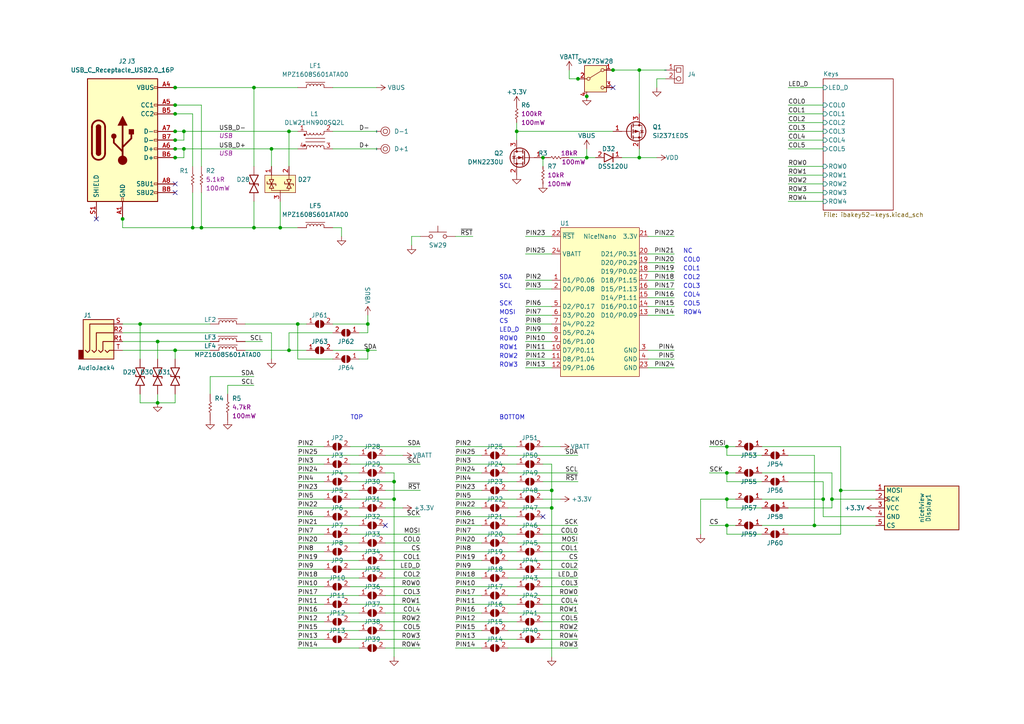
<source format=kicad_sch>
(kicad_sch (version 20230121) (generator eeschema)
  (paper "A4")
  (junction (at 53.34 38.1))
  (junction (at 73.66 66.04))
  (junction (at 35.56 63.5))
  (junction (at 238.76 144.78))
  (junction (at 81.28 66.04))
  (junction (at 243.84 142.24))
  (junction (at 185.42 45.72))
  (junction (at 106.68 93.98))
  (junction (at 45.72 116.84))
  (junction (at 210.82 144.78))
  (junction (at 45.72 99.06))
  (junction (at 50.8 30.48))
  (junction (at 185.42 20.32))
  (junction (at 86.36 93.98))
  (junction (at 55.88 66.04))
  (junction (at 50.8 33.02))
  (junction (at 170.18 27.94))
  (junction (at 78.74 43.18))
  (junction (at 167.64 22.86))
  (junction (at 106.68 101.6))
  (junction (at 210.82 129.54))
  (junction (at 50.8 45.72))
  (junction (at 149.86 38.1))
  (junction (at 50.8 38.1))
  (junction (at 236.22 152.4))
  (junction (at 83.82 101.6))
  (junction (at 53.34 43.18))
  (junction (at 50.8 40.64))
  (junction (at 40.64 93.98))
  (junction (at 73.66 25.4))
  (junction (at 50.8 25.4))
  (junction (at 50.8 43.18))
  (junction (at 160.02 147.32))
  (junction (at 50.8 101.6))
  (junction (at 177.8 20.32))
  (junction (at 114.3 139.7))
  (junction (at 157.48 45.72))
  (junction (at 170.18 45.72))
  (junction (at 210.82 152.4))
  (junction (at 58.42 66.04))
  (junction (at 160.02 142.24))
  (junction (at 241.3 144.78))
  (junction (at 210.82 137.16))
  (junction (at 83.82 38.1))
  (junction (at 114.3 144.78))
  (no_connect (at 50.8 53.34))
  (no_connect (at 177.8 25.4))
  (no_connect (at 111.76 152.4))
  (no_connect (at 27.94 63.5))
  (no_connect (at 157.48 149.86))
  (no_connect (at 50.8 55.88))
  (wire (pts (xy 86.36 175.26) (xy 93.98 175.26)))
  (wire (pts (xy 147.32 167.64) (xy 167.64 167.64)))
  (wire (pts (xy 147.32 147.32) (xy 160.02 147.32)))
  (wire (pts (xy 228.6 154.94) (xy 243.84 154.94)))
  (wire (pts (xy 71.12 99.06) (xy 76.2 99.06)))
  (wire (pts (xy 210.82 132.08) (xy 210.82 129.54)))
  (wire (pts (xy 50.8 45.72) (xy 53.34 45.72)))
  (wire (pts (xy 210.82 144.78) (xy 213.36 144.78)))
  (wire (pts (xy 149.86 139.7) (xy 132.08 139.7)))
  (wire (pts (xy 55.88 33.02) (xy 50.8 33.02)))
  (wire (pts (xy 86.36 157.48) (xy 104.14 157.48)))
  (wire (pts (xy 228.6 43.18) (xy 238.76 43.18)))
  (wire (pts (xy 139.7 147.32) (xy 132.08 147.32)))
  (wire (pts (xy 35.56 101.6) (xy 50.8 101.6)))
  (wire (pts (xy 106.68 101.6) (xy 109.22 101.6)))
  (wire (pts (xy 157.48 185.42) (xy 167.64 185.42)))
  (wire (pts (xy 99.06 66.04) (xy 96.52 66.04)))
  (wire (pts (xy 139.7 132.08) (xy 132.08 132.08)))
  (wire (pts (xy 152.4 91.44) (xy 160.02 91.44)))
  (wire (pts (xy 220.98 147.32) (xy 210.82 147.32)))
  (wire (pts (xy 187.96 101.6) (xy 195.58 101.6)))
  (wire (pts (xy 111.76 157.48) (xy 121.92 157.48)))
  (wire (pts (xy 228.6 132.08) (xy 236.22 132.08)))
  (wire (pts (xy 58.42 55.88) (xy 58.42 66.04)))
  (wire (pts (xy 157.48 170.18) (xy 167.64 170.18)))
  (wire (pts (xy 86.36 180.34) (xy 93.98 180.34)))
  (wire (pts (xy 147.32 187.96) (xy 167.64 187.96)))
  (wire (pts (xy 187.96 88.9) (xy 195.58 88.9)))
  (wire (pts (xy 177.8 38.1) (xy 149.86 38.1)))
  (wire (pts (xy 243.84 129.54) (xy 220.98 129.54)))
  (wire (pts (xy 220.98 132.08) (xy 210.82 132.08)))
  (wire (pts (xy 53.34 40.64) (xy 53.34 38.1)))
  (wire (pts (xy 220.98 152.4) (xy 236.22 152.4)))
  (wire (pts (xy 165.1 45.72) (xy 170.18 45.72)))
  (wire (pts (xy 157.48 45.72) (xy 157.48 48.26)))
  (wire (pts (xy 86.36 152.4) (xy 104.14 152.4)))
  (wire (pts (xy 187.96 76.2) (xy 195.58 76.2)))
  (wire (pts (xy 187.96 86.36) (xy 195.58 86.36)))
  (wire (pts (xy 187.96 73.66) (xy 195.58 73.66)))
  (wire (pts (xy 152.4 99.06) (xy 160.02 99.06)))
  (wire (pts (xy 40.64 116.84) (xy 40.64 114.3)))
  (wire (pts (xy 50.8 101.6) (xy 50.8 104.14)))
  (wire (pts (xy 96.52 93.98) (xy 106.68 93.98)))
  (wire (pts (xy 210.82 129.54) (xy 213.36 129.54)))
  (wire (pts (xy 101.6 175.26) (xy 121.92 175.26)))
  (wire (pts (xy 50.8 30.48) (xy 58.42 30.48)))
  (wire (pts (xy 243.84 154.94) (xy 243.84 142.24)))
  (wire (pts (xy 139.7 182.88) (xy 132.08 182.88)))
  (wire (pts (xy 101.6 160.02) (xy 121.92 160.02)))
  (wire (pts (xy 86.36 160.02) (xy 93.98 160.02)))
  (wire (pts (xy 101.6 170.18) (xy 121.92 170.18)))
  (wire (pts (xy 157.48 165.1) (xy 167.64 165.1)))
  (wire (pts (xy 228.6 35.56) (xy 238.76 35.56)))
  (wire (pts (xy 254 144.78) (xy 241.3 144.78)))
  (wire (pts (xy 111.76 172.72) (xy 121.92 172.72)))
  (wire (pts (xy 147.32 172.72) (xy 167.64 172.72)))
  (wire (pts (xy 180.34 45.72) (xy 185.42 45.72)))
  (wire (pts (xy 86.36 139.7) (xy 93.98 139.7)))
  (wire (pts (xy 45.72 99.06) (xy 45.72 104.14)))
  (wire (pts (xy 149.86 165.1) (xy 132.08 165.1)))
  (wire (pts (xy 187.96 81.28) (xy 195.58 81.28)))
  (wire (pts (xy 152.4 106.68) (xy 160.02 106.68)))
  (wire (pts (xy 228.6 33.02) (xy 238.76 33.02)))
  (wire (pts (xy 185.42 43.18) (xy 185.42 45.72)))
  (wire (pts (xy 86.36 104.14) (xy 86.36 93.98)))
  (wire (pts (xy 104.14 104.14) (xy 106.68 104.14)))
  (wire (pts (xy 210.82 139.7) (xy 210.82 137.16)))
  (wire (pts (xy 86.36 93.98) (xy 88.9 93.98)))
  (wire (pts (xy 86.36 162.56) (xy 104.14 162.56)))
  (wire (pts (xy 53.34 38.1) (xy 83.82 38.1)))
  (wire (pts (xy 147.32 142.24) (xy 160.02 142.24)))
  (wire (pts (xy 241.3 147.32) (xy 241.3 144.78)))
  (wire (pts (xy 86.36 154.94) (xy 93.98 154.94)))
  (wire (pts (xy 109.22 25.4) (xy 96.52 25.4)))
  (wire (pts (xy 228.6 139.7) (xy 238.76 139.7)))
  (wire (pts (xy 185.42 20.32) (xy 185.42 33.02)))
  (wire (pts (xy 205.74 152.4) (xy 210.82 152.4)))
  (wire (pts (xy 220.98 139.7) (xy 210.82 139.7)))
  (wire (pts (xy 152.4 104.14) (xy 160.02 104.14)))
  (wire (pts (xy 162.56 129.54) (xy 157.48 129.54)))
  (wire (pts (xy 35.56 99.06) (xy 45.72 99.06)))
  (wire (pts (xy 111.76 167.64) (xy 121.92 167.64)))
  (wire (pts (xy 254 142.24) (xy 243.84 142.24)))
  (wire (pts (xy 205.74 137.16) (xy 210.82 137.16)))
  (wire (pts (xy 149.86 154.94) (xy 132.08 154.94)))
  (wire (pts (xy 96.52 104.14) (xy 86.36 104.14)))
  (wire (pts (xy 101.6 139.7) (xy 114.3 139.7)))
  (wire (pts (xy 147.32 132.08) (xy 167.64 132.08)))
  (wire (pts (xy 106.68 96.52) (xy 106.68 93.98)))
  (wire (pts (xy 228.6 147.32) (xy 241.3 147.32)))
  (wire (pts (xy 45.72 114.3) (xy 45.72 116.84)))
  (wire (pts (xy 147.32 182.88) (xy 167.64 182.88)))
  (wire (pts (xy 35.56 66.04) (xy 35.56 63.5)))
  (wire (pts (xy 99.06 68.58) (xy 99.06 66.04)))
  (wire (pts (xy 71.12 101.6) (xy 83.82 101.6)))
  (wire (pts (xy 73.66 48.26) (xy 73.66 25.4)))
  (wire (pts (xy 86.36 172.72) (xy 104.14 172.72)))
  (wire (pts (xy 101.6 185.42) (xy 121.92 185.42)))
  (wire (pts (xy 236.22 132.08) (xy 236.22 152.4)))
  (wire (pts (xy 53.34 43.18) (xy 78.74 43.18)))
  (wire (pts (xy 187.96 104.14) (xy 195.58 104.14)))
  (wire (pts (xy 152.4 96.52) (xy 160.02 96.52)))
  (wire (pts (xy 139.7 187.96) (xy 132.08 187.96)))
  (wire (pts (xy 149.86 149.86) (xy 132.08 149.86)))
  (wire (pts (xy 55.88 55.88) (xy 55.88 66.04)))
  (wire (pts (xy 165.1 20.32) (xy 165.1 22.86)))
  (wire (pts (xy 185.42 20.32) (xy 193.04 20.32)))
  (wire (pts (xy 228.6 40.64) (xy 238.76 40.64)))
  (wire (pts (xy 228.6 58.42) (xy 238.76 58.42)))
  (wire (pts (xy 241.3 144.78) (xy 241.3 137.16)))
  (wire (pts (xy 53.34 45.72) (xy 53.34 43.18)))
  (wire (pts (xy 160.02 134.62) (xy 160.02 142.24)))
  (wire (pts (xy 139.7 152.4) (xy 132.08 152.4)))
  (wire (pts (xy 73.66 66.04) (xy 58.42 66.04)))
  (wire (pts (xy 162.56 144.78) (xy 157.48 144.78)))
  (wire (pts (xy 132.08 68.58) (xy 137.16 68.58)))
  (wire (pts (xy 152.4 93.98) (xy 160.02 93.98)))
  (wire (pts (xy 160.02 142.24) (xy 160.02 147.32)))
  (wire (pts (xy 106.68 104.14) (xy 106.68 101.6)))
  (wire (pts (xy 71.12 93.98) (xy 86.36 93.98)))
  (wire (pts (xy 114.3 137.16) (xy 111.76 137.16)))
  (wire (pts (xy 116.84 147.32) (xy 111.76 147.32)))
  (wire (pts (xy 167.64 139.7) (xy 157.48 139.7)))
  (wire (pts (xy 86.36 170.18) (xy 93.98 170.18)))
  (wire (pts (xy 86.36 137.16) (xy 104.14 137.16)))
  (wire (pts (xy 83.82 96.52) (xy 83.82 101.6)))
  (wire (pts (xy 236.22 152.4) (xy 254 152.4)))
  (wire (pts (xy 228.6 25.4) (xy 238.76 25.4)))
  (wire (pts (xy 73.66 25.4) (xy 50.8 25.4)))
  (wire (pts (xy 149.86 38.1) (xy 149.86 40.64)))
  (wire (pts (xy 228.6 30.48) (xy 238.76 30.48)))
  (wire (pts (xy 104.14 96.52) (xy 106.68 96.52)))
  (wire (pts (xy 109.22 38.1) (xy 96.52 38.1)))
  (wire (pts (xy 228.6 48.26) (xy 238.76 48.26)))
  (wire (pts (xy 55.88 66.04) (xy 35.56 66.04)))
  (wire (pts (xy 78.74 48.26) (xy 78.74 43.18)))
  (wire (pts (xy 149.86 170.18) (xy 132.08 170.18)))
  (wire (pts (xy 139.7 162.56) (xy 132.08 162.56)))
  (wire (pts (xy 58.42 30.48) (xy 58.42 48.26)))
  (wire (pts (xy 152.4 73.66) (xy 160.02 73.66)))
  (wire (pts (xy 86.36 129.54) (xy 93.98 129.54)))
  (wire (pts (xy 83.82 48.26) (xy 83.82 38.1)))
  (wire (pts (xy 119.38 71.12) (xy 119.38 68.58)))
  (wire (pts (xy 147.32 152.4) (xy 167.64 152.4)))
  (wire (pts (xy 83.82 101.6) (xy 88.9 101.6)))
  (wire (pts (xy 35.56 96.52) (xy 78.74 96.52)))
  (wire (pts (xy 220.98 154.94) (xy 210.82 154.94)))
  (wire (pts (xy 190.5 25.4) (xy 190.5 22.86)))
  (wire (pts (xy 96.52 96.52) (xy 83.82 96.52)))
  (wire (pts (xy 111.76 187.96) (xy 121.92 187.96)))
  (wire (pts (xy 73.66 111.76) (xy 66.04 111.76)))
  (wire (pts (xy 210.82 147.32) (xy 210.82 144.78)))
  (wire (pts (xy 210.82 152.4) (xy 213.36 152.4)))
  (wire (pts (xy 147.32 137.16) (xy 167.64 137.16)))
  (wire (pts (xy 160.02 134.62) (xy 157.48 134.62)))
  (wire (pts (xy 101.6 129.54) (xy 121.92 129.54)))
  (wire (pts (xy 101.6 144.78) (xy 114.3 144.78)))
  (wire (pts (xy 160.02 147.32) (xy 160.02 190.5)))
  (wire (pts (xy 78.74 43.18) (xy 86.36 43.18)))
  (wire (pts (xy 81.28 66.04) (xy 73.66 66.04)))
  (wire (pts (xy 111.76 182.88) (xy 121.92 182.88)))
  (wire (pts (xy 190.5 22.86) (xy 193.04 22.86)))
  (wire (pts (xy 81.28 58.42) (xy 81.28 66.04)))
  (wire (pts (xy 139.7 167.64) (xy 132.08 167.64)))
  (wire (pts (xy 86.36 165.1) (xy 93.98 165.1)))
  (wire (pts (xy 86.36 149.86) (xy 93.98 149.86)))
  (wire (pts (xy 73.66 25.4) (xy 86.36 25.4)))
  (wire (pts (xy 111.76 177.8) (xy 121.92 177.8)))
  (wire (pts (xy 96.52 101.6) (xy 106.68 101.6)))
  (wire (pts (xy 114.3 144.78) (xy 114.3 190.5)))
  (wire (pts (xy 228.6 53.34) (xy 238.76 53.34)))
  (wire (pts (xy 165.1 22.86) (xy 167.64 22.86)))
  (wire (pts (xy 187.96 78.74) (xy 195.58 78.74)))
  (wire (pts (xy 50.8 116.84) (xy 45.72 116.84)))
  (wire (pts (xy 149.86 180.34) (xy 132.08 180.34)))
  (wire (pts (xy 228.6 38.1) (xy 238.76 38.1)))
  (wire (pts (xy 228.6 50.8) (xy 238.76 50.8)))
  (wire (pts (xy 78.74 104.14) (xy 78.74 96.52)))
  (wire (pts (xy 149.86 38.1) (xy 149.86 35.56)))
  (wire (pts (xy 35.56 93.98) (xy 40.64 93.98)))
  (wire (pts (xy 152.4 101.6) (xy 160.02 101.6)))
  (wire (pts (xy 243.84 142.24) (xy 243.84 129.54)))
  (wire (pts (xy 210.82 154.94) (xy 210.82 152.4)))
  (wire (pts (xy 187.96 91.44) (xy 195.58 91.44)))
  (wire (pts (xy 203.2 154.94) (xy 203.2 144.78)))
  (wire (pts (xy 139.7 137.16) (xy 132.08 137.16)))
  (wire (pts (xy 238.76 139.7) (xy 238.76 144.78)))
  (wire (pts (xy 187.96 106.68) (xy 195.58 106.68)))
  (wire (pts (xy 111.76 162.56) (xy 121.92 162.56)))
  (wire (pts (xy 114.3 137.16) (xy 114.3 139.7)))
  (wire (pts (xy 152.4 83.82) (xy 160.02 83.82)))
  (wire (pts (xy 73.66 109.22) (xy 60.96 109.22)))
  (wire (pts (xy 66.04 111.76) (xy 66.04 114.3)))
  (wire (pts (xy 121.92 142.24) (xy 111.76 142.24)))
  (wire (pts (xy 86.36 134.62) (xy 93.98 134.62)))
  (wire (pts (xy 203.2 144.78) (xy 210.82 144.78)))
  (wire (pts (xy 86.36 132.08) (xy 104.14 132.08)))
  (wire (pts (xy 238.76 144.78) (xy 220.98 144.78)))
  (wire (pts (xy 50.8 38.1) (xy 53.34 38.1)))
  (wire (pts (xy 50.8 101.6) (xy 60.96 101.6)))
  (wire (pts (xy 116.84 132.08) (xy 111.76 132.08)))
  (wire (pts (xy 139.7 177.8) (xy 132.08 177.8)))
  (wire (pts (xy 147.32 177.8) (xy 167.64 177.8)))
  (wire (pts (xy 238.76 149.86) (xy 238.76 144.78)))
  (wire (pts (xy 73.66 58.42) (xy 73.66 66.04)))
  (wire (pts (xy 139.7 157.48) (xy 132.08 157.48)))
  (wire (pts (xy 139.7 142.24) (xy 132.08 142.24)))
  (wire (pts (xy 60.96 109.22) (xy 60.96 114.3)))
  (wire (pts (xy 254 149.86) (xy 238.76 149.86)))
  (wire (pts (xy 45.72 116.84) (xy 40.64 116.84)))
  (wire (pts (xy 185.42 45.72) (xy 190.5 45.72)))
  (wire (pts (xy 86.36 177.8) (xy 104.14 177.8)))
  (wire (pts (xy 86.36 66.04) (xy 81.28 66.04)))
  (wire (pts (xy 86.36 167.64) (xy 104.14 167.64)))
  (wire (pts (xy 86.36 185.42) (xy 93.98 185.42)))
  (wire (pts (xy 40.64 93.98) (xy 40.64 104.14)))
  (wire (pts (xy 228.6 55.88) (xy 238.76 55.88)))
  (wire (pts (xy 86.36 147.32) (xy 104.14 147.32)))
  (wire (pts (xy 241.3 137.16) (xy 220.98 137.16)))
  (wire (pts (xy 58.42 66.04) (xy 55.88 66.04)))
  (wire (pts (xy 205.74 129.54) (xy 210.82 129.54)))
  (wire (pts (xy 109.22 43.18) (xy 96.52 43.18)))
  (wire (pts (xy 147.32 157.48) (xy 167.64 157.48)))
  (wire (pts (xy 86.36 182.88) (xy 104.14 182.88)))
  (wire (pts (xy 101.6 134.62) (xy 121.92 134.62)))
  (wire (pts (xy 139.7 172.72) (xy 132.08 172.72)))
  (wire (pts (xy 157.48 154.94) (xy 167.64 154.94)))
  (wire (pts (xy 177.8 20.32) (xy 185.42 20.32)))
  (wire (pts (xy 50.8 40.64) (xy 53.34 40.64)))
  (wire (pts (xy 157.48 175.26) (xy 167.64 175.26)))
  (wire (pts (xy 50.8 43.18) (xy 53.34 43.18)))
  (wire (pts (xy 149.86 175.26) (xy 132.08 175.26)))
  (wire (pts (xy 101.6 154.94) (xy 121.92 154.94)))
  (wire (pts (xy 106.68 93.98) (xy 106.68 91.44)))
  (wire (pts (xy 152.4 88.9) (xy 160.02 88.9)))
  (wire (pts (xy 101.6 149.86) (xy 121.92 149.86)))
  (wire (pts (xy 149.86 144.78) (xy 132.08 144.78)))
  (wire (pts (xy 55.88 48.26) (xy 55.88 33.02)))
  (wire (pts (xy 152.4 81.28) (xy 160.02 81.28)))
  (wire (pts (xy 86.36 187.96) (xy 104.14 187.96)))
  (wire (pts (xy 149.86 129.54) (xy 132.08 129.54)))
  (wire (pts (xy 157.48 160.02) (xy 167.64 160.02)))
  (wire (pts (xy 119.38 68.58) (xy 121.92 68.58)))
  (wire (pts (xy 152.4 68.58) (xy 160.02 68.58)))
  (wire (pts (xy 170.18 43.18) (xy 170.18 45.72)))
  (wire (pts (xy 187.96 83.82) (xy 195.58 83.82)))
  (wire (pts (xy 147.32 162.56) (xy 167.64 162.56)))
  (wire (pts (xy 86.36 144.78) (xy 93.98 144.78)))
  (wire (pts (xy 149.86 160.02) (xy 132.08 160.02)))
  (wire (pts (xy 50.8 114.3) (xy 50.8 116.84)))
  (wire (pts (xy 210.82 137.16) (xy 213.36 137.16)))
  (wire (pts (xy 83.82 38.1) (xy 86.36 38.1)))
  (wire (pts (xy 187.96 68.58) (xy 195.58 68.58)))
  (wire (pts (xy 40.64 93.98) (xy 60.96 93.98)))
  (wire (pts (xy 86.36 142.24) (xy 104.14 142.24)))
  (wire (pts (xy 157.48 180.34) (xy 167.64 180.34)))
  (wire (pts (xy 101.6 165.1) (xy 121.92 165.1)))
  (wire (pts (xy 149.86 134.62) (xy 132.08 134.62)))
  (wire (pts (xy 45.72 99.06) (xy 60.96 99.06)))
  (wire (pts (xy 101.6 180.34) (xy 121.92 180.34)))
  (wire (pts (xy 149.86 185.42) (xy 132.08 185.42)))
  (wire (pts (xy 114.3 139.7) (xy 114.3 144.78)))
  (wire (pts (xy 170.18 45.72) (xy 172.72 45.72)))
  (text "NC" (at 198.12 73.66 0) (effects (font (size 1.27 1.27)) (justify left bottom)))
  (text "MOSI" (at 144.78 91.44 0) (effects (font (size 1.27 1.27)) (justify left bottom)))
  (text "ROW2" (at 144.78 104.14 0) (effects (font (size 1.27 1.27)) (justify left bottom)))
  (text "TOP" (at 101.6 121.92 0) (effects (font (size 1.27 1.27)) (justify left bottom)))
  (text "ROW4" (at 198.12 91.44 0) (effects (font (size 1.27 1.27)) (justify left bottom)))
  (text "LED_D" (at 144.78 96.52 0) (effects (font (size 1.27 1.27)) (justify left bottom)))
  (text "SDA" (at 144.78 81.28 0) (effects (font (size 1.27 1.27)) (justify left bottom)))
  (text "COL1" (at 198.12 78.74 0) (effects (font (size 1.27 1.27)) (justify left bottom)))
  (text "ROW1" (at 144.78 101.6 0) (effects (font (size 1.27 1.27)) (justify left bottom)))
  (text "COL0" (at 198.12 76.2 0) (effects (font (size 1.27 1.27)) (justify left bottom)))
  (text "SCK" (at 144.78 88.9 0) (effects (font (size 1.27 1.27)) (justify left bottom)))
  (text "COL3" (at 198.12 83.82 0) (effects (font (size 1.27 1.27)) (justify left bottom)))
  (text "COL5" (at 198.12 88.9 0) (effects (font (size 1.27 1.27)) (justify left bottom)))
  (text "ROW3" (at 144.78 106.68 0) (effects (font (size 1.27 1.27)) (justify left bottom)))
  (text "CS" (at 144.78 93.98 0) (effects (font (size 1.27 1.27)) (justify left bottom)))
  (text "SCL" (at 144.78 83.82 0) (effects (font (size 1.27 1.27)) (justify left bottom)))
  (text "ROW0" (at 144.78 99.06 0) (effects (font (size 1.27 1.27)) (justify left bottom)))
  (text "COL2" (at 198.12 81.28 0) (effects (font (size 1.27 1.27)) (justify left bottom)))
  (text "COL4" (at 198.12 86.36 0) (effects (font (size 1.27 1.27)) (justify left bottom)))
  (text "BOTTOM" (at 144.78 121.92 0) (effects (font (size 1.27 1.27)) (justify left bottom)))
  (label "PIN23" (at 132.08 142.24 0))
  (label "D+" (at 104.14 43.18 0))
  (label "MOSI" (at 167.64 157.48 180))
  (label "PIN3" (at 86.36 134.62 0))
  (label "PIN13" (at 152.4 106.68 0))
  (label "PIN19" (at 132.08 162.56 0))
  (label "PIN8" (at 132.08 160.02 0))
  (label "PIN3" (at 132.08 134.62 0))
  (label "PIN17" (at 132.08 172.72 0))
  (label "PIN23" (at 86.36 142.24 0))
  (label "ROW4" (at 228.6 58.42 0))
  (label "PIN19" (at 195.58 78.74 180))
  (label "PIN20" (at 86.36 157.48 0))
  (label "PIN4" (at 195.58 101.6 180))
  (label "ROW1" (at 121.92 175.26 180))
  (label "SCK" (at 121.92 149.86 180))
  (label "COL2" (at 121.92 167.64 180))
  (label "LED_D" (at 228.6 25.4 0))
  (label "PIN7" (at 132.08 154.94 0))
  (label "PIN5" (at 195.58 104.14 180))
  (label "PIN22" (at 132.08 147.32 0))
  (label "PIN25" (at 152.4 73.66 0))
  (label "PIN22" (at 195.58 68.58 180))
  (label "PIN10" (at 152.4 99.06 0))
  (label "CS" (at 167.64 162.56 180))
  (label "PIN5" (at 132.08 144.78 0))
  (label "PIN14" (at 132.08 187.96 0))
  (label "PIN20" (at 195.58 76.2 180))
  (label "ROW0" (at 167.64 172.72 180))
  (label "PIN4" (at 132.08 139.7 0))
  (label "PIN11" (at 132.08 175.26 0))
  (label "COL2" (at 228.6 35.56 0))
  (label "PIN21" (at 86.36 152.4 0))
  (label "SCL" (at 121.92 134.62 180))
  (label "PIN7" (at 86.36 154.94 0))
  (label "COL5" (at 121.92 182.88 180))
  (label "PIN18" (at 132.08 167.64 0))
  (label "PIN5" (at 86.36 144.78 0))
  (label "USB_D-" (at 63.5 38.1 0) (property "Netclass" "USB" (at 63.5 39.37 0) (effects (font italic) (justify left))))
  (label "COL4" (at 228.6 40.64 0))
  (label "PIN8" (at 152.4 93.98 0))
  (label "PIN7" (at 152.4 91.44 0))
  (label "COL0" (at 228.6 30.48 0))
  (label "CS" (at 121.92 160.02 180))
  (label "PIN22" (at 86.36 147.32 0))
  (label "PIN10" (at 132.08 170.18 0))
  (label "ROW0" (at 228.6 48.26 0))
  (label "PIN24" (at 195.58 106.68 180))
  (label "COL5" (at 167.64 180.34 180))
  (label "ROW3" (at 167.64 187.96 180))
  (label "LED_D" (at 121.92 165.1 180))
  (label "ROW1" (at 228.6 50.8 0))
  (label "PIN16" (at 86.36 177.8 0))
  (label "COL0" (at 167.64 154.94 180))
  (label "PIN9" (at 132.08 165.1 0))
  (label "SDA" (at 121.92 129.54 180))
  (label "ROW0" (at 121.92 170.18 180))
  (label "MOSI" (at 205.74 129.54 0))
  (label "SCL" (at 167.64 137.16 180))
  (label "PIN12" (at 132.08 180.34 0))
  (label "PIN12" (at 152.4 104.14 0))
  (label "PIN6" (at 86.36 149.86 0))
  (label "PIN15" (at 86.36 182.88 0))
  (label "COL5" (at 228.6 43.18 0))
  (label "PIN6" (at 152.4 88.9 0))
  (label "SDA" (at 109.22 101.6 180))
  (label "PIN18" (at 86.36 167.64 0))
  (label "COL3" (at 228.6 38.1 0))
  (label "PIN25" (at 132.08 132.08 0))
  (label "PIN14" (at 86.36 187.96 0))
  (label "ROW3" (at 121.92 185.42 180))
  (label "PIN6" (at 132.08 149.86 0))
  (label "PIN20" (at 132.08 157.48 0))
  (label "PIN17" (at 86.36 172.72 0))
  (label "CS" (at 205.74 152.4 0))
  (label "PIN11" (at 152.4 101.6 0))
  (label "PIN9" (at 86.36 165.1 0))
  (label "SDA" (at 73.66 109.22 180))
  (label "MOSI" (at 121.92 154.94 180))
  (label "PIN16" (at 195.58 86.36 180))
  (label "PIN11" (at 86.36 175.26 0))
  (label "PIN2" (at 132.08 129.54 0))
  (label "SCK" (at 205.74 137.16 0))
  (label "LED_D" (at 167.64 167.64 180))
  (label "PIN18" (at 195.58 81.28 180))
  (label "~{RST}" (at 167.64 139.7 180))
  (label "COL1" (at 228.6 33.02 0))
  (label "PIN2" (at 152.4 81.28 0))
  (label "PIN15" (at 132.08 182.88 0))
  (label "COL4" (at 121.92 177.8 180))
  (label "PIN23" (at 152.4 68.58 0))
  (label "PIN13" (at 132.08 185.42 0))
  (label "PIN2" (at 86.36 129.54 0))
  (label "SDA" (at 167.64 132.08 180))
  (label "PIN21" (at 132.08 152.4 0))
  (label "~{RST}" (at 137.16 68.58 180))
  (label "PIN4" (at 86.36 139.7 0))
  (label "COL2" (at 167.64 165.1 180))
  (label "COL4" (at 167.64 175.26 180))
  (label "PIN14" (at 195.58 91.44 180))
  (label "COL3" (at 121.92 172.72 180))
  (label "ROW2" (at 228.6 53.34 0))
  (label "PIN3" (at 152.4 83.82 0))
  (label "PIN10" (at 86.36 170.18 0))
  (label "PIN16" (at 132.08 177.8 0))
  (label "PIN21" (at 195.58 73.66 180))
  (label "PIN12" (at 86.36 180.34 0))
  (label "SCL" (at 73.66 111.76 180))
  (label "PIN15" (at 195.58 88.9 180))
  (label "PIN17" (at 195.58 83.82 180))
  (label "COL1" (at 167.64 160.02 180))
  (label "ROW1" (at 167.64 177.8 180))
  (label "ROW3" (at 228.6 55.88 0))
  (label "USB_D+" (at 63.5 43.18 0) (property "Netclass" "USB" (at 63.5 44.45 0) (effects (font italic) (justify left))))
  (label "SCK" (at 167.64 152.4 180))
  (label "ROW2" (at 121.92 180.34 180))
  (label "PIN19" (at 86.36 162.56 0))
  (label "PIN24" (at 132.08 137.16 0))
  (label "SCL" (at 76.2 99.06 180))
  (label "COL3" (at 167.64 170.18 180))
  (label "PIN9" (at 152.4 96.52 0))
  (label "COL0" (at 121.92 157.48 180))
  (label "ROW4" (at 121.92 187.96 180))
  (label "PIN13" (at 86.36 185.42 0))
  (label "D-" (at 104.14 38.1 0))
  (label "PIN8" (at 86.36 160.02 0))
  (label "PIN24" (at 86.36 137.16 0))
  (label "ROW4" (at 167.64 185.42 180))
  (label "COL1" (at 121.92 162.56 180))
  (label "PIN25" (at 86.36 132.08 0))
  (label "ROW2" (at 167.64 182.88 180))
  (label "~{RST}" (at 121.92 142.24 180))
  (symbol (lib_id "RES-SMD-100mW:10kR-SMD-100mW-0603") (at 157.48 48.26 0) (unit 1)
    (property "Reference" "R7" (at 158.75 48.26 0) (effects (justify left)))
    (property "Value" "${SIM.PARAMS}" (effects hide))
    (property "Footprint" "Resistor_SMD:R_0603_1608Metric" (effects hide))
    (property "Resistance" "10kR" (at 158.75 50.8 0) (effects (justify left)))
    (property "Power" "100mW" (at 158.75 53.34 0) (effects (justify left)))
    (property "Sim.Device" "R" (effects hide))
    (property "Sim.Type" "=" (effects hide))
    (property "Sim.Params" "r=10k" (effects hide))
    (property "Sim.Pins" "1=+ 2=-" (effects hide))
  )
  (symbol (lib_id "power:GND") (at 160.02 190.5 0) (unit 1)
    (property "Reference" "#PWR0124" (effects hide))
    (property "Value" "GND" (effects hide))
  )
  (symbol (lib_id "Jumper:SolderJumper_2_Open") (at 107.95 147.32 0) (unit 1)
    (property "Reference" "JP31" (at 107.95 144.78 0))
    (property "Value" "SolderJumper_2_Open" (effects hide))
    (property "Footprint" "JUMPER:SJMP1.3mm" (effects hide))
  )
  (symbol (lib_id "Jumper:SolderJumper_2_Open") (at 143.51 177.8 0) (unit 1)
    (property "Reference" "JP16" (at 143.51 175.26 0))
    (property "Value" "SolderJumper_2_Open" (effects hide))
    (property "Footprint" "JUMPER:SJMP1.3mm" (effects hide))
  )
  (symbol (lib_id "Jumper:SolderJumper_2_Open") (at 224.79 154.94 180) (unit 1)
    (property "Reference" "JP60" (at 224.79 157.48 0))
    (property "Value" "SolderJumper_2_Open" (effects hide))
    (property "Footprint" "JUMPER:SJMP1.3mm" (effects hide))
  )
  (symbol (lib_id "RES-SMD-100mW:5K1R-SMD-100mW-0603") (at 58.42 52.07 0) (unit 1)
    (property "Reference" "R2" (at 59.69 49.53 0) (effects (justify left)))
    (property "Value" "${SIM.PARAMS}" (effects hide))
    (property "Footprint" "Resistor_SMD:R_0603_1608Metric" (effects hide))
    (property "Resistance" "5.1kR" (at 59.69 52.07 0) (effects (justify left)))
    (property "Power" "100mW" (at 59.69 54.61 0) (effects (justify left)))
    (property "Sim.Enable" "0" (effects hide))
    (property "Sim.Device" "R" (effects hide))
    (property "Sim.Type" "=" (effects hide))
    (property "Sim.Params" "r=2.2k" (effects hide))
    (property "Sim.Pins" "1=+ 2=-" (effects hide))
  )
  (symbol (lib_id "power:VDD") (at 190.5 45.72 270) (unit 1)
    (property "Reference" "#PWR0107" (effects hide))
    (property "Value" "VDD" (at 193.04 45.72 90) (effects (justify left)))
  )
  (symbol (lib_id "SWITCH-SMD-SLIDE:SSSS811101") (at 167.64 22.86 0) (unit 1)
    (property "Reference" "SW28" (at 175.26 17.78 0))
    (property "Value" "SSSS811101" (effects hide))
    (property "Footprint" "SWITCH-SMD-SLIDE:SSSS811101" (effects hide))
  )
  (symbol (lib_id "Jumper:SolderJumper_2_Open") (at 143.51 172.72 0) (unit 1)
    (property "Reference" "JP17" (at 143.51 170.18 0))
    (property "Value" "SolderJumper_2_Open" (effects hide))
    (property "Footprint" "JUMPER:SJMP1.3mm" (effects hide))
  )
  (symbol (lib_id "Jumper:SolderJumper_2_Open") (at 153.67 149.86 0) (unit 1)
    (property "Reference" "JP47" (at 153.67 147.32 0))
    (property "Value" "SolderJumper_2_Open" (effects hide))
    (property "Footprint" "JUMPER:SJMP1.3mm" (effects hide))
  )
  (symbol (lib_id "Jumper:SolderJumper_2_Open") (at 107.95 172.72 0) (unit 1)
    (property "Reference" "JP36" (at 107.95 170.18 0))
    (property "Value" "SolderJumper_2_Open" (effects hide))
    (property "Footprint" "JUMPER:SJMP1.3mm" (effects hide))
  )
  (symbol (lib_id "Jumper:SolderJumper_2_Open") (at 143.51 182.88 0) (unit 1)
    (property "Reference" "JP15" (at 143.51 180.34 0))
    (property "Value" "SolderJumper_2_Open" (effects hide))
    (property "Footprint" "JUMPER:SJMP1.3mm" (effects hide))
  )
  (symbol (lib_id "Jumper:SolderJumper_2_Open") (at 143.51 167.64 0) (unit 1)
    (property "Reference" "JP18" (at 143.51 165.1 0))
    (property "Value" "SolderJumper_2_Open" (effects hide))
    (property "Footprint" "JUMPER:SJMP1.3mm" (effects hide))
  )
  (symbol (lib_id "Jumper:SolderJumper_2_Open") (at 97.79 154.94 0) (unit 1)
    (property "Reference" "JP7" (at 97.79 152.4 0))
    (property "Value" "SolderJumper_2_Open" (effects hide))
    (property "Footprint" "JUMPER:SJMP1.3mm" (effects hide))
  )
  (symbol (lib_name "USB_C_Receptacle_USB2.0_16P_1") (lib_id "Connector:USB_C_Receptacle_USB2.0_16P") (at 35.56 40.64 0) (unit 1)
    (property "Reference" "J2" (at 35.56 17.78 0))
    (property "Value" "USB_C_Receptacle_USB2.0_16P" (at 35.56 20.32 0))
    (property "Footprint" "CONN-USB:GCT_USB4520-03-0-A_REVA" (effects hide))
    (property "Datasheet" "https://www.usb.org/sites/default/files/documents/usb_type-c.zip" (effects hide))
  )
  (symbol (lib_id "SWITCH-SMD-SLIDE:SSSS811101") (at 167.64 22.86 0) (unit 1)
    (property "Reference" "SW27" (at 170.18 17.78 0))
    (property "Value" "SSSS811101" (effects hide))
    (property "Footprint" "SWITCH-SMD-SLIDE:SSSS811101" (effects hide))
  )
  (symbol (lib_id "Jumper:SolderJumper_2_Open") (at 100.33 96.52 180) (unit 1)
    (property "Reference" "JP62" (at 100.33 99.06 0))
    (property "Value" "SolderJumper_2_Open" (effects hide))
    (property "Footprint" "JUMPER:SJMP1.3mm" (effects hide))
  )
  (symbol (lib_id "Jumper:SolderJumper_2_Open") (at 153.67 154.94 0) (unit 1)
    (property "Reference" "JP46" (at 153.67 152.4 0))
    (property "Value" "SolderJumper_2_Open" (effects hide))
    (property "Footprint" "JUMPER:SJMP1.3mm" (effects hide))
  )
  (symbol (lib_id "Jumper:SolderJumper_2_Open") (at 107.95 177.8 0) (unit 1)
    (property "Reference" "JP37" (at 107.95 175.26 0))
    (property "Value" "SolderJumper_2_Open" (effects hide))
    (property "Footprint" "JUMPER:SJMP1.3mm" (effects hide))
  )
  (symbol (lib_id "RES-SMD-100mW:18kR-SMD-100mW-0603") (at 161.29 45.72 90) (unit 1)
    (property "Reference" "R3" (at 157.48 44.45 90))
    (property "Value" "${SIM.PARAMS}" (effects hide))
    (property "Footprint" "Resistor_SMD:R_0603_1608Metric" (effects hide))
    (property "Resistance" "18kR" (at 165.1 44.45 90))
    (property "Power" "100mW" (at 166.37 46.99 90))
    (property "Sim.Enable" "0" (effects hide))
    (property "Sim.Device" "R" (effects hide))
    (property "Sim.Type" "=" (effects hide))
    (property "Sim.Params" "r=2.2k" (effects hide))
    (property "Sim.Pins" "1=+ 2=-" (effects hide))
  )
  (symbol (lib_id "DIODE-SMD-TVS:DESD5V0U1BA-7") (at 50.8 109.22 90) (unit 1)
    (property "Reference" "D31" (at 45.72 107.95 90) (effects (justify right)))
    (property "Value" "DESD5V0U1BA-7" (effects hide))
    (property "Footprint" "Diode_SMD:D_SOD-323" (effects hide))
    (property "Datasheet" "https://www.diodes.com/assets/Datasheets/DESD5V0U1BA.pdf" (effects hide))
    (property "Sim.Enable" "0" (effects hide))
  )
  (symbol (lib_id "Jumper:SolderJumper_2_Open") (at 217.17 137.16 180) (unit 1)
    (property "Reference" "JP55" (at 217.17 139.7 0))
    (property "Value" "SolderJumper_2_Open" (effects hide))
    (property "Footprint" "JUMPER:SJMP1.3mm" (effects hide))
  )
  (symbol (lib_id "power:GND") (at 119.38 71.12 0) (unit 1)
    (property "Reference" "#PWR0106" (effects hide))
    (property "Value" "GND" (effects hide))
  )
  (symbol (lib_id "Jumper:SolderJumper_2_Open") (at 143.51 137.16 0) (unit 1)
    (property "Reference" "JP24" (at 143.51 134.62 0))
    (property "Value" "SolderJumper_2_Open" (effects hide))
    (property "Footprint" "JUMPER:SJMP1.3mm" (effects hide))
  )
  (symbol (lib_id "Jumper:SolderJumper_2_Open") (at 97.79 170.18 0) (unit 1)
    (property "Reference" "JP10" (at 97.79 167.64 0))
    (property "Value" "SolderJumper_2_Open" (effects hide))
    (property "Footprint" "JUMPER:SJMP1.3mm" (effects hide))
  )
  (symbol (lib_id "power:GND") (at 190.5 25.4 0) (unit 1)
    (property "Reference" "#PWR0117" (effects hide))
    (property "Value" "GND" (effects hide))
  )
  (symbol (lib_id "Jumper:SolderJumper_2_Open") (at 217.17 129.54 180) (unit 1)
    (property "Reference" "JP53" (at 217.17 132.08 0))
    (property "Value" "SolderJumper_2_Open" (effects hide))
    (property "Footprint" "JUMPER:SJMP1.3mm" (effects hide))
  )
  (symbol (lib_id "WIRE-POINT:WP_22AWG") (at 109.22 43.18 270) (unit 1)
    (property "Reference" "D+1" (at 114.3 43.18 90) (effects (justify left)))
    (property "Value" "~" (at 109.22 43.18 0))
    (property "Footprint" "WIRE-POINT:WP 20AWG" (effects hide))
    (property "Sim.Enable" "0" (effects hide))
  )
  (symbol (lib_id "Jumper:SolderJumper_2_Open") (at 143.51 142.24 0) (unit 1)
    (property "Reference" "JP23" (at 143.51 139.7 0))
    (property "Value" "SolderJumper_2_Open" (effects hide))
    (property "Footprint" "JUMPER:SJMP1.3mm" (effects hide))
  )
  (symbol (lib_id "Jumper:SolderJumper_2_Open") (at 97.79 144.78 0) (unit 1)
    (property "Reference" "JP5" (at 97.79 142.24 0))
    (property "Value" "SolderJumper_2_Open" (effects hide))
    (property "Footprint" "JUMPER:SJMP1.3mm" (effects hide))
  )
  (symbol (lib_id "nice_view:nice!view") (at 266.7 147.32 270) (unit 1)
    (property "Reference" "Display1" (at 269.24 147.32 0))
    (property "Value" "nice!view" (at 267.335 147.32 0))
    (property "Footprint" "nice_view:nice_view" (effects hide))
    (property "Datasheet" "https://nicekeyboards.com/docs/nice-view/pinout-schematic" (effects hide))
  )
  (symbol (lib_id "POWER:+3.3V") (at 162.56 144.78 270) (unit 1)
    (property "Reference" "#PWR0122" (effects hide))
    (property "Value" "+3.3V" (at 165.735 144.78 90) (effects (justify left)))
  )
  (symbol (lib_id "RES-SMD-100mW:4K7R-SMD-100mW-0603") (at 66.04 118.11 0) (unit 1)
    (property "Reference" "R5" (at 67.31 115.57 0) (effects (justify left)))
    (property "Value" "${SIM.PARAMS}" (effects hide))
    (property "Footprint" "Resistor_SMD:R_0603_1608Metric" (effects hide))
    (property "Resistance" "4.7kR" (at 67.31 118.11 0) (effects (justify left)))
    (property "Power" "100mW" (at 67.31 120.65 0) (effects (justify left)))
    (property "Sim.Enable" "0" (effects hide))
    (property "Sim.Device" "R" (effects hide))
    (property "Sim.Type" "=" (effects hide))
    (property "Sim.Params" "r=2.2k" (effects hide))
    (property "Sim.Pins" "1=+ 2=-" (effects hide))
  )
  (symbol (lib_id "power:GND") (at 45.72 116.84 0) (unit 1)
    (property "Reference" "#PWR0115" (effects hide))
    (property "Value" "GND" (effects hide))
  )
  (symbol (lib_id "Jumper:SolderJumper_2_Open") (at 153.67 134.62 0) (unit 1)
    (property "Reference" "JP50" (at 153.67 132.08 0))
    (property "Value" "SolderJumper_2_Open" (effects hide))
    (property "Footprint" "JUMPER:SJMP1.3mm" (effects hide))
  )
  (symbol (lib_id "Jumper:SolderJumper_2_Open") (at 97.79 165.1 0) (unit 1)
    (property "Reference" "JP9" (at 97.79 162.56 0))
    (property "Value" "SolderJumper_2_Open" (effects hide))
    (property "Footprint" "JUMPER:SJMP1.3mm" (effects hide))
  )
  (symbol (lib_id "Jumper:SolderJumper_2_Open") (at 97.79 149.86 0) (unit 1)
    (property "Reference" "JP6" (at 97.79 147.32 0))
    (property "Value" "SolderJumper_2_Open" (effects hide))
    (property "Footprint" "JUMPER:SJMP1.3mm" (effects hide))
  )
  (symbol (lib_id "Jumper:SolderJumper_2_Open") (at 143.51 132.08 0) (unit 1)
    (property "Reference" "JP25" (at 143.51 129.54 0))
    (property "Value" "SolderJumper_2_Open" (effects hide))
    (property "Footprint" "JUMPER:SJMP1.3mm" (effects hide))
  )
  (symbol (lib_id "CONN-THT-HEADER:CONN-THT-1x2-P1.25-R") (at 193.04 20.32 0) (unit 1)
    (property "Reference" "J4" (at 199.39 21.59 0) (effects (justify left)))
    (property "Value" "~" (at 193.04 20.32 0))
    (property "Footprint" "Connector_JST:JST_PH_S2B-PH-K_1x02_P2.00mm_Horizontal" (effects hide))
    (property "Sim.Enable" "0" (effects hide))
  )
  (symbol (lib_id "Jumper:SolderJumper_2_Open") (at 153.67 165.1 0) (unit 1)
    (property "Reference" "JP44" (at 153.67 162.56 0))
    (property "Value" "SolderJumper_2_Open" (effects hide))
    (property "Footprint" "JUMPER:SJMP1.3mm" (effects hide))
  )
  (symbol (lib_id "power:GND") (at 203.2 154.94 0) (unit 1)
    (property "Reference" "#PWR082" (effects hide))
    (property "Value" "GND" (effects hide))
  )
  (symbol (lib_id "Jumper:SolderJumper_2_Open") (at 143.51 187.96 0) (unit 1)
    (property "Reference" "JP14" (at 143.51 185.42 0))
    (property "Value" "SolderJumper_2_Open" (effects hide))
    (property "Footprint" "JUMPER:SJMP1.3mm" (effects hide))
  )
  (symbol (lib_id "Jumper:SolderJumper_2_Open") (at 97.79 134.62 0) (unit 1)
    (property "Reference" "JP3" (at 97.79 132.08 0))
    (property "Value" "SolderJumper_2_Open" (effects hide))
    (property "Footprint" "JUMPER:SJMP1.3mm" (effects hide))
  )
  (symbol (lib_id "Jumper:SolderJumper_2_Open") (at 107.95 187.96 0) (unit 1)
    (property "Reference" "JP39" (at 107.95 185.42 0))
    (property "Value" "SolderJumper_2_Open" (effects hide))
    (property "Footprint" "JUMPER:SJMP1.3mm" (effects hide))
  )
  (symbol (lib_id "Jumper:SolderJumper_2_Open") (at 153.67 129.54 0) (unit 1)
    (property "Reference" "JP51" (at 153.67 127 0))
    (property "Value" "SolderJumper_2_Open" (effects hide))
    (property "Footprint" "JUMPER:SJMP1.3mm" (effects hide))
  )
  (symbol (lib_id "Jumper:SolderJumper_2_Open") (at 107.95 162.56 0) (unit 1)
    (property "Reference" "JP34" (at 107.95 160.02 0))
    (property "Value" "SolderJumper_2_Open" (effects hide))
    (property "Footprint" "JUMPER:SJMP1.3mm" (effects hide))
  )
  (symbol (lib_id "Jumper:SolderJumper_2_Open") (at 107.95 152.4 0) (unit 1)
    (property "Reference" "JP32" (at 107.95 149.86 0))
    (property "Value" "SolderJumper_2_Open" (effects hide))
    (property "Footprint" "JUMPER:SJMP1.3mm" (effects hide))
  )
  (symbol (lib_id "DIODE-SMD-TVS:DESD5V0U1BA-7") (at 45.72 109.22 90) (unit 1)
    (property "Reference" "D30" (at 40.64 107.95 90) (effects (justify right)))
    (property "Value" "DESD5V0U1BA-7" (effects hide))
    (property "Footprint" "Diode_SMD:D_SOD-323" (effects hide))
    (property "Datasheet" "https://www.diodes.com/assets/Datasheets/DESD5V0U1BA.pdf" (effects hide))
    (property "Sim.Enable" "0" (effects hide))
  )
  (symbol (lib_id "Jumper:SolderJumper_2_Open") (at 143.51 157.48 0) (unit 1)
    (property "Reference" "JP20" (at 143.51 154.94 0))
    (property "Value" "SolderJumper_2_Open" (effects hide))
    (property "Footprint" "JUMPER:SJMP1.3mm" (effects hide))
  )
  (symbol (lib_id "POWER:+3.3V") (at 149.86 30.48 0) (unit 1)
    (property "Reference" "#PWR0120" (effects hide))
    (property "Value" "+3.3V" (at 149.86 26.67 0))
  )
  (symbol (lib_id "Jumper:SolderJumper_2_Open") (at 92.71 93.98 0) (unit 1)
    (property "Reference" "JP61" (at 92.71 91.44 0))
    (property "Value" "SolderJumper_2_Open" (effects hide))
    (property "Footprint" "JUMPER:SJMP1.3mm" (effects hide))
  )
  (symbol (lib_id "Jumper:SolderJumper_2_Open") (at 143.51 162.56 0) (unit 1)
    (property "Reference" "JP19" (at 143.51 160.02 0))
    (property "Value" "SolderJumper_2_Open" (effects hide))
    (property "Footprint" "JUMPER:SJMP1.3mm" (effects hide))
  )
  (symbol (lib_id "DEV-BOARD:Nice!Nano") (at 160.02 68.58 0) (unit 1)
    (property "Reference" "U1" (at 163.83 64.77 0))
    (property "Value" "Nice!Nano" (at 173.99 68.58 0))
    (property "Footprint" "DEV-BOARD:Nice!Nano" (effects hide))
  )
  (symbol (lib_id "Jumper:SolderJumper_2_Open") (at 97.79 175.26 0) (unit 1)
    (property "Reference" "JP11" (at 97.79 172.72 0))
    (property "Value" "SolderJumper_2_Open" (effects hide))
    (property "Footprint" "JUMPER:SJMP1.3mm" (effects hide))
  )
  (symbol (lib_id "DIODE-SMD-TVS:D1213A-02WLQ-7") (at 81.28 58.42 0) (unit 1)
    (property "Reference" "D27" (at 86.36 52.07 0) (effects (justify left)))
    (property "Value" "D1213A-02WLQ-7" (effects hide))
    (property "Footprint" "Package_TO_SOT_SMD:SOT-323_SC-70" (effects hide))
  )
  (symbol (lib_id "DIODE-SMD-TVS:DESD5V0U1BA-7") (at 40.64 109.22 90) (unit 1)
    (property "Reference" "D29" (at 35.56 107.95 90) (effects (justify right)))
    (property "Value" "DESD5V0U1BA-7" (effects hide))
    (property "Footprint" "Diode_SMD:D_SOD-323" (effects hide))
    (property "Datasheet" "https://www.diodes.com/assets/Datasheets/DESD5V0U1BA.pdf" (effects hide))
    (property "Sim.Enable" "0" (effects hide))
  )
  (symbol (lib_id "Switch:SW_Push") (at 127 68.58 0) (unit 1)
    (property "Reference" "SW29" (at 127 71.12 0))
    (property "Value" "SW_Push" (effects hide))
    (property "Footprint" "SWITCH-SMD-PB:EVQ-PUL02K" (effects hide))
  )
  (symbol (lib_id "DIODE-SMD-SCHOTTKY:DSS120U") (at 180.34 45.72 180) (unit 1)
    (property "Reference" "D32" (at 176.53 43.18 0))
    (property "Value" "DSS120U" (at 177.8 48.26 0))
    (property "Footprint" "Diode_SMD:D_SOD-123F" (effects hide))
    (property "Datasheet" "https://www.smc-diodes.com/propdf/DSS12U%20THRU%20DSS125U%20N1873%20REV.A.pdf" (effects hide))
    (property "Sim.Enable" "0" (effects hide))
  )
  (symbol (lib_id "POWER:VBATT") (at 165.1 20.32 0) (unit 1)
    (property "Reference" "#PWR0116" (effects hide))
    (property "Value" "VBATT" (at 165.1 16.51 0))
  )
  (symbol (lib_id "Jumper:SolderJumper_2_Open") (at 153.67 185.42 0) (unit 1)
    (property "Reference" "JP40" (at 153.67 182.88 0))
    (property "Value" "SolderJumper_2_Open" (effects hide))
    (property "Footprint" "JUMPER:SJMP1.3mm" (effects hide))
  )
  (symbol (lib_id "Jumper:SolderJumper_2_Open") (at 107.95 167.64 0) (unit 1)
    (property "Reference" "JP35" (at 107.95 165.1 0))
    (property "Value" "SolderJumper_2_Open" (effects hide))
    (property "Footprint" "JUMPER:SJMP1.3mm" (effects hide))
  )
  (symbol (lib_id "Jumper:SolderJumper_2_Open") (at 97.79 129.54 0) (unit 1)
    (property "Reference" "JP2" (at 97.79 127 0))
    (property "Value" "SolderJumper_2_Open" (effects hide))
    (property "Footprint" "JUMPER:SJMP1.3mm" (effects hide))
  )
  (symbol (lib_id "power:GND") (at 99.06 68.58 0) (unit 1)
    (property "Reference" "#PWR0118" (effects hide))
    (property "Value" "GND" (effects hide))
  )
  (symbol (lib_id "Jumper:SolderJumper_2_Open") (at 107.95 142.24 0) (unit 1)
    (property "Reference" "JP30" (at 107.95 139.7 0))
    (property "Value" "SolderJumper_2_Open" (effects hide))
    (property "Footprint" "JUMPER:SJMP1.3mm" (effects hide))
  )
  (symbol (lib_id "Jumper:SolderJumper_2_Open") (at 153.67 180.34 0) (unit 1)
    (property "Reference" "JP41" (at 153.67 177.8 0))
    (property "Value" "SolderJumper_2_Open" (effects hide))
    (property "Footprint" "JUMPER:SJMP1.3mm" (effects hide))
  )
  (symbol (lib_id "Jumper:SolderJumper_2_Open") (at 97.79 139.7 0) (unit 1)
    (property "Reference" "JP4" (at 97.79 137.16 0))
    (property "Value" "SolderJumper_2_Open" (effects hide))
    (property "Footprint" "JUMPER:SJMP1.3mm" (effects hide))
  )
  (symbol (lib_id "power:GND") (at 60.96 121.92 0) (unit 1)
    (property "Reference" "#PWR0128" (effects hide))
    (property "Value" "GND" (effects hide))
  )
  (symbol (lib_id "power:GND") (at 170.18 27.94 0) (unit 1)
    (property "Reference" "#PWR0119" (effects hide))
    (property "Value" "GND" (effects hide))
  )
  (symbol (lib_id "POWER:VBUS") (at 170.18 43.18 0) (unit 1)
    (property "Reference" "#PWR0127" (effects hide))
    (property "Value" "VBUS" (at 170.18 39.37 0))
  )
  (symbol (lib_id "POWER:VBATT") (at 162.56 129.54 270) (unit 1)
    (property "Reference" "#PWR0113" (effects hide))
    (property "Value" "VBATT" (at 168.275 129.54 90))
  )
  (symbol (lib_id "Jumper:SolderJumper_2_Open") (at 153.67 170.18 0) (unit 1)
    (property "Reference" "JP43" (at 153.67 167.64 0))
    (property "Value" "SolderJumper_2_Open" (effects hide))
    (property "Footprint" "JUMPER:SJMP1.3mm" (effects hide))
  )
  (symbol (lib_id "power:GND") (at 78.74 104.14 0) (unit 1)
    (property "Reference" "#PWR0111" (effects hide))
    (property "Value" "GND" (effects hide))
  )
  (symbol (lib_id "Jumper:SolderJumper_2_Open") (at 107.95 137.16 0) (unit 1)
    (property "Reference" "JP29" (at 107.95 134.62 0))
    (property "Value" "SolderJumper_2_Open" (effects hide))
    (property "Footprint" "JUMPER:SJMP1.3mm" (effects hide))
  )
  (symbol (lib_id "Transistor_FET:DMN2230U") (at 152.4 45.72 0) (mirror y) (unit 1)
    (property "Reference" "Q2" (at 146.05 44.45 0) (effects (justify left)))
    (property "Value" "DMN2230U" (at 146.05 46.99 0) (effects (justify left)))
    (property "Footprint" "Package_TO_SOT_SMD:SOT-23" (effects hide))
    (property "Datasheet" "http://www.diodes.com/assets/Datasheets/ds31180.pdf" (effects hide))
  )
  (symbol (lib_id "RES-SMD-100mW:5K1R-SMD-100mW-0603") (at 55.88 52.07 0) (unit 1)
    (property "Reference" "R1" (at 52.07 49.53 0) (effects (justify left)))
    (property "Value" "${SIM.PARAMS}" (effects hide))
    (property "Footprint" "Resistor_SMD:R_0603_1608Metric" (effects hide))
    (property "Resistance" "5.1kR" (effects hide))
    (property "Power" "100mW" (effects hide))
    (property "Sim.Enable" "0" (effects hide))
    (property "Sim.Device" "R" (effects hide))
    (property "Sim.Type" "=" (effects hide))
    (property "Sim.Params" "r=2.2k" (effects hide))
    (property "Sim.Pins" "1=+ 2=-" (effects hide))
  )
  (symbol (lib_id "POWER:VBUS") (at 109.22 25.4 270) (unit 1)
    (property "Reference" "#PWR0114" (effects hide))
    (property "Value" "VBUS" (at 112.395 25.4 90) (effects (justify left)))
  )
  (symbol (lib_id "Jumper:SolderJumper_2_Open") (at 107.95 132.08 0) (unit 1)
    (property "Reference" "JP28" (at 107.95 129.54 0))
    (property "Value" "SolderJumper_2_Open" (effects hide))
    (property "Footprint" "JUMPER:SJMP1.3mm" (effects hide))
  )
  (symbol (lib_id "FERRITE-SMD:MPZ1608S601ATA00") (at 91.44 66.04 0) (unit 1)
    (property "Reference" "LF5" (at 91.44 59.69 0))
    (property "Value" "MPZ1608S601ATA00" (at 91.44 62.23 0))
    (property "Footprint" "Inductor_SMD:L_0603_1608Metric" (effects hide))
    (property "Datasheet" "https://product.tdk.com/info/en/catalog/datasheets/beads_commercial_power_mpz1608_en.pdf?ref_disty=digikey" (effects hide))
  )
  (symbol (lib_id "Jumper:SolderJumper_2_Open") (at 224.79 147.32 180) (unit 1)
    (property "Reference" "JP58" (at 224.79 149.86 0))
    (property "Value" "SolderJumper_2_Open" (effects hide))
    (property "Footprint" "JUMPER:SJMP1.3mm" (effects hide))
  )
  (symbol (lib_id "Connector_Audio:AudioJack4") (at 30.48 96.52 0) (unit 1)
    (property "Reference" "J1" (at 25.4 91.44 0))
    (property "Value" "AudioJack4" (at 27.94 106.68 0))
    (property "Footprint" "CONN-THT-JACK:PJ-320A" (effects hide))
  )
  (symbol (lib_id "RES-SMD-100mW:100kR-SMD-100mW-0603") (at 149.86 30.48 0) (unit 1)
    (property "Reference" "R6" (at 151.13 30.48 0) (effects (justify left)))
    (property "Value" "${SIM.PARAMS}" (effects hide))
    (property "Footprint" "Resistor_SMD:R_0603_1608Metric" (effects hide))
    (property "Resistance" "100kR" (at 151.13 33.02 0) (effects (justify left)))
    (property "Power" "100mW" (at 151.13 35.56 0) (effects (justify left)))
    (property "Sim.Device" "R" (effects hide))
    (property "Sim.Type" "=" (effects hide))
    (property "Sim.Params" "r=100k" (effects hide))
    (property "Sim.Pins" "1=+ 2=-" (effects hide))
  )
  (symbol (lib_id "Jumper:SolderJumper_2_Open") (at 217.17 152.4 180) (unit 1)
    (property "Reference" "JP59" (at 217.17 154.94 0))
    (property "Value" "SolderJumper_2_Open" (effects hide))
    (property "Footprint" "JUMPER:SJMP1.3mm" (effects hide))
  )
  (symbol (lib_id "IND-SMD-CHOKE:DLW21HN900SQ2L") (at 91.44 40.64 0) (unit 1)
    (property "Reference" "L1" (at 91.186 33.02 0))
    (property "Value" "DLW21HN900SQ2L" (at 91.186 35.56 0))
    (property "Footprint" "IND-SMD-CHOKE:FIL_DLW21HN900SQ2L" (effects hide))
    (property "Datasheet" "https://www.murata.com/~/media/webrenewal/products/emiconfun/mail/2013/06/28/en-20130628/l0114s0133dlw21h.ashx" (effects hide))
    (property "Sim.Enable" "0" (effects hide))
  )
  (symbol (lib_id "Jumper:SolderJumper_2_Open") (at 217.17 144.78 180) (unit 1)
    (property "Reference" "JP57" (at 217.17 147.32 0))
    (property "Value" "SolderJumper_2_Open" (effects hide))
    (property "Footprint" "JUMPER:SJMP1.3mm" (effects hide))
  )
  (symbol (lib_id "Jumper:SolderJumper_2_Open") (at 153.67 175.26 0) (unit 1)
    (property "Reference" "JP42" (at 153.67 172.72 0))
    (property "Value" "SolderJumper_2_Open" (effects hide))
    (property "Footprint" "JUMPER:SJMP1.3mm" (effects hide))
  )
  (symbol (lib_id "Jumper:SolderJumper_2_Open") (at 107.95 157.48 0) (unit 1)
    (property "Reference" "JP33" (at 107.95 154.94 0))
    (property "Value" "SolderJumper_2_Open" (effects hide))
    (property "Footprint" "JUMPER:SJMP1.3mm" (effects hide))
  )
  (symbol (lib_id "power:GND") (at 149.86 50.8 0) (unit 1)
    (property "Reference" "#PWR0130" (effects hide))
    (property "Value" "GND" (effects hide))
  )
  (symbol (lib_id "FERRITE-SMD:MPZ1608S601ATA00") (at 91.44 25.4 0) (unit 1)
    (property "Reference" "LF1" (at 91.44 19.05 0))
    (property "Value" "MPZ1608S601ATA00" (at 91.44 21.59 0))
    (property "Footprint" "Inductor_SMD:L_0603_1608Metric" (effects hide))
    (property "Datasheet" "https://product.tdk.com/info/en/catalog/datasheets/beads_commercial_power_mpz1608_en.pdf?ref_disty=digikey" (effects hide))
  )
  (symbol (lib_id "Jumper:SolderJumper_2_Open") (at 100.33 104.14 180) (unit 1)
    (property "Reference" "JP64" (at 100.33 106.68 0))
    (property "Value" "SolderJumper_2_Open" (effects hide))
    (property "Footprint" "JUMPER:SJMP1.3mm" (effects hide))
  )
  (symbol (lib_id "Jumper:SolderJumper_2_Open") (at 107.95 182.88 0) (unit 1)
    (property "Reference" "JP38" (at 107.95 180.34 0))
    (property "Value" "SolderJumper_2_Open" (effects hide))
    (property "Footprint" "JUMPER:SJMP1.3mm" (effects hide))
  )
  (symbol (lib_id "power:GND") (at 114.3 190.5 0) (unit 1)
    (property "Reference" "#PWR0125" (effects hide))
    (property "Value" "GND" (effects hide))
  )
  (symbol (lib_id "Jumper:SolderJumper_2_Open") (at 224.79 139.7 180) (unit 1)
    (property "Reference" "JP56" (at 224.79 142.24 0))
    (property "Value" "SolderJumper_2_Open" (effects hide))
    (property "Footprint" "JUMPER:SJMP1.3mm" (effects hide))
  )
  (symbol (lib_id "Jumper:SolderJumper_2_Open") (at 143.51 147.32 0) (unit 1)
    (property "Reference" "JP22" (at 143.51 144.78 0))
    (property "Value" "SolderJumper_2_Open" (effects hide))
    (property "Footprint" "JUMPER:SJMP1.3mm" (effects hide))
  )
  (symbol (lib_id "Jumper:SolderJumper_2_Open") (at 92.71 101.6 0) (unit 1)
    (property "Reference" "JP63" (at 92.71 99.06 0))
    (property "Value" "SolderJumper_2_Open" (effects hide))
    (property "Footprint" "JUMPER:SJMP1.3mm" (effects hide))
  )
  (symbol (lib_id "Jumper:SolderJumper_2_Open") (at 97.79 185.42 0) (unit 1)
    (property "Reference" "JP13" (at 97.79 182.88 0))
    (property "Value" "SolderJumper_2_Open" (effects hide))
    (property "Footprint" "JUMPER:SJMP1.3mm" (effects hide))
  )
  (symbol (lib_id "Transistor_FET:Si2371EDS") (at 182.88 38.1 0) (unit 1)
    (property "Reference" "Q1" (at 189.23 36.83 0) (effects (justify left)))
    (property "Value" "Si2371EDS" (at 189.23 39.37 0) (effects (justify left)))
    (property "Footprint" "Package_TO_SOT_SMD:SOT-23" (effects hide))
    (property "Datasheet" "http://www.vishay.com/docs/63924/si2371eds.pdf" (effects hide))
  )
  (symbol (lib_id "FERRITE-SMD:MPZ1608S601ATA00") (at 66.04 99.06 0) (unit 1)
    (property "Reference" "LF3" (at 60.96 97.79 0))
    (property "Value" "MPZ1608S601ATA00" (effects hide))
    (property "Footprint" "Inductor_SMD:L_0603_1608Metric" (effects hide))
    (property "Datasheet" "https://product.tdk.com/info/en/catalog/datasheets/beads_commercial_power_mpz1608_en.pdf?ref_disty=digikey" (effects hide))
  )
  (symbol (lib_id "Jumper:SolderJumper_2_Open") (at 153.67 160.02 0) (unit 1)
    (property "Reference" "JP45" (at 153.67 157.48 0))
    (property "Value" "SolderJumper_2_Open" (effects hide))
    (property "Footprint" "JUMPER:SJMP1.3mm" (effects hide))
  )
  (symbol (lib_id "power:GND") (at 157.48 53.34 0) (unit 1)
    (property "Reference" "#PWR0131" (effects hide))
    (property "Value" "GND" (effects hide))
  )
  (symbol (lib_id "FERRITE-SMD:MPZ1608S601ATA00") (at 66.04 93.98 0) (unit 1)
    (property "Reference" "LF2" (at 60.96 92.71 0))
    (property "Value" "MPZ1608S601ATA00" (effects hide))
    (property "Footprint" "Inductor_SMD:L_0603_1608Metric" (effects hide))
    (property "Datasheet" "https://product.tdk.com/info/en/catalog/datasheets/beads_commercial_power_mpz1608_en.pdf?ref_disty=digikey" (effects hide))
  )
  (symbol (lib_id "Connector:USB_C_Receptacle_USB2.0_16P") (at 35.56 40.64 0) (unit 1)
    (property "Reference" "J3" (at 38.1 17.78 0))
    (property "Value" "USB_C_Receptacle_USB2.0_16P" (at 35.56 20.32 0))
    (property "Footprint" "CONN-USB:GCT_USB4520-03-0-A_REVA" (effects hide))
    (property "Datasheet" "https://www.usb.org/sites/default/files/documents/usb_type-c.zip" (effects hide))
  )
  (symbol (lib_id "Jumper:SolderJumper_2_Open") (at 97.79 160.02 0) (unit 1)
    (property "Reference" "JP8" (at 97.79 157.48 0))
    (property "Value" "SolderJumper_2_Open" (effects hide))
    (property "Footprint" "JUMPER:SJMP1.3mm" (effects hide))
  )
  (symbol (lib_id "Jumper:SolderJumper_2_Open") (at 97.79 180.34 0) (unit 1)
    (property "Reference" "JP12" (at 97.79 177.8 0))
    (property "Value" "SolderJumper_2_Open" (effects hide))
    (property "Footprint" "JUMPER:SJMP1.3mm" (effects hide))
  )
  (symbol (lib_id "WIRE-POINT:WP_22AWG") (at 109.22 38.1 270) (unit 1)
    (property "Reference" "D-1" (at 114.3 38.1 90) (effects (justify left)))
    (property "Value" "~" (at 109.22 38.1 0))
    (property "Footprint" "WIRE-POINT:WP 20AWG" (effects hide))
    (property "Sim.Enable" "0" (effects hide))
  )
  (symbol (lib_id "POWER:VBATT") (at 116.84 132.08 270) (unit 1)
    (property "Reference" "#PWR0112" (effects hide))
    (property "Value" "VBATT" (at 122.555 132.08 90))
  )
  (symbol (lib_id "POWER:VBUS") (at 106.68 91.44 0) (unit 1)
    (property "Reference" "#PWR0110" (effects hide))
    (property "Value" "VBUS" (at 106.68 88.265 90) (effects (justify left)))
  )
  (symbol (lib_id "RES-SMD-100mW:4K7R-SMD-100mW-0603") (at 60.96 118.11 0) (unit 1)
    (property "Reference" "R4" (at 62.23 115.57 0) (effects (justify left)))
    (property "Value" "${SIM.PARAMS}" (effects hide))
    (property "Footprint" "Resistor_SMD:R_0603_1608Metric" (effects hide))
    (property "Resistance" "4.7kR" (effects hide))
    (property "Power" "100mW" (effects hide))
    (property "Sim.Enable" "0" (effects hide))
    (property "Sim.Device" "R" (effects hide))
    (property "Sim.Type" "=" (effects hide))
    (property "Sim.Params" "r=2.2k" (effects hide))
    (property "Sim.Pins" "1=+ 2=-" (effects hide))
  )
  (symbol (lib_id "POWER:+3.3V") (at 116.84 147.32 270) (unit 1)
    (property "Reference" "#PWR0121" (effects hide))
    (property "Value" "+3.3V" (at 120.015 147.32 90) (effects (justify left)))
  )
  (symbol (lib_id "DIODE-SMD-TVS:DESD5V0U1BA-7") (at 73.66 53.34 90) (unit 1)
    (property "Reference" "D28" (at 68.58 52.07 90) (effects (justify right)))
    (property "Value" "DESD5V0U1BA-7" (effects hide))
    (property "Footprint" "Diode_SMD:D_SOD-323" (effects hide))
    (property "Datasheet" "https://www.diodes.com/assets/Datasheets/DESD5V0U1BA.pdf" (effects hide))
    (property "Sim.Enable" "0" (effects hide))
  )
  (symbol (lib_id "Jumper:SolderJumper_2_Open") (at 224.79 132.08 180) (unit 1)
    (property "Reference" "JP54" (at 224.79 134.62 0))
    (property "Value" "SolderJumper_2_Open" (effects hide))
    (property "Footprint" "JUMPER:SJMP1.3mm" (effects hide))
  )
  (symbol (lib_id "Jumper:SolderJumper_2_Open") (at 143.51 152.4 0) (unit 1)
    (property "Reference" "JP21" (at 143.51 149.86 0))
    (property "Value" "SolderJumper_2_Open" (effects hide))
    (property "Footprint" "JUMPER:SJMP1.3mm" (effects hide))
  )
  (symbol (lib_id "Jumper:SolderJumper_2_Open") (at 153.67 139.7 0) (unit 1)
    (property "Reference" "JP49" (at 153.67 137.16 0))
    (property "Value" "SolderJumper_2_Open" (effects hide))
    (property "Footprint" "JUMPER:SJMP1.3mm" (effects hide))
  )
  (symbol (lib_id "FERRITE-SMD:MPZ1608S601ATA00") (at 66.04 101.6 0) (unit 1)
    (property "Reference" "LF4" (at 60.96 100.33 0))
    (property "Value" "MPZ1608S601ATA00" (at 66.04 102.87 0))
    (property "Footprint" "Inductor_SMD:L_0603_1608Metric" (effects hide))
    (property "Datasheet" "https://product.tdk.com/info/en/catalog/datasheets/beads_commercial_power_mpz1608_en.pdf?ref_disty=digikey" (effects hide))
  )
  (symbol (lib_id "power:GND") (at 66.04 121.92 0) (unit 1)
    (property "Reference" "#PWR0129" (effects hide))
    (property "Value" "GND" (effects hide))
  )
  (symbol (lib_id "POWER:+3.3V") (at 254 147.32 90) (unit 1)
    (property "Reference" "#PWR0123" (effects hide))
    (property "Value" "+3.3V" (at 250.825 147.32 90) (effects (justify left)))
  )
  (symbol (lib_id "Jumper:SolderJumper_2_Open") (at 153.67 144.78 0) (unit 1)
    (property "Reference" "JP48" (at 153.67 142.24 0))
    (property "Value" "SolderJumper_2_Open" (effects hide))
    (property "Footprint" "JUMPER:SJMP1.3mm" (effects hide))
  )
  (sheet (at 238.76 22.86) (size 20.32 38.1) (stroke (width 0.1524))
    (property "Sheetname" "Keys" (at 238.76 22.1484 0) (effects (justify left bottom)))
    (property "Sheetfile" "ibakey52-keys.kicad_sch" (at 238.76 61.5446 0) (effects (justify left top)))
    (pin "COL0" input (at 238.76 30.48 180))
    (pin "LED_D" input (at 238.76 25.4 180))
    (pin "ROW0" input (at 238.76 48.26 180))
    (pin "ROW1" input (at 238.76 50.8 180))
    (pin "COL1" input (at 238.76 33.02 180))
    (pin "COL2" input (at 238.76 35.56 180))
    (pin "COL3" input (at 238.76 38.1 180))
    (pin "ROW2" input (at 238.76 53.34 180))
    (pin "ROW3" input (at 238.76 55.88 180))
    (pin "ROW4" input (at 238.76 58.42 180))
    (pin "COL4" input (at 238.76 40.64 180))
    (pin "COL5" input (at 238.76 43.18 180))
  )
)
</source>
